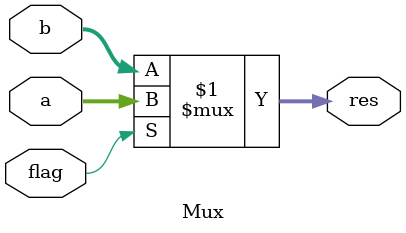
<source format=v>
`timescale 1ns / 1ps


module Mux(a,b,flag,res);
    input [31:0]a,b;
    input flag;
    output [31:0]res;
    assign res=(flag)?a:b;
endmodule

</source>
